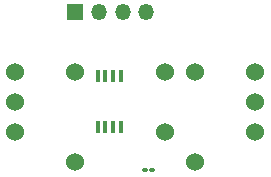
<source format=gbr>
%TF.GenerationSoftware,KiCad,Pcbnew,8.0.3*%
%TF.CreationDate,2024-07-12T00:46:40-05:00*%
%TF.ProjectId,WS2811 breakout board,57533238-3131-4206-9272-65616b6f7574,rev?*%
%TF.SameCoordinates,Original*%
%TF.FileFunction,Soldermask,Top*%
%TF.FilePolarity,Negative*%
%FSLAX46Y46*%
G04 Gerber Fmt 4.6, Leading zero omitted, Abs format (unit mm)*
G04 Created by KiCad (PCBNEW 8.0.3) date 2024-07-12 00:46:40*
%MOMM*%
%LPD*%
G01*
G04 APERTURE LIST*
G04 Aperture macros list*
%AMRoundRect*
0 Rectangle with rounded corners*
0 $1 Rounding radius*
0 $2 $3 $4 $5 $6 $7 $8 $9 X,Y pos of 4 corners*
0 Add a 4 corners polygon primitive as box body*
4,1,4,$2,$3,$4,$5,$6,$7,$8,$9,$2,$3,0*
0 Add four circle primitives for the rounded corners*
1,1,$1+$1,$2,$3*
1,1,$1+$1,$4,$5*
1,1,$1+$1,$6,$7*
1,1,$1+$1,$8,$9*
0 Add four rect primitives between the rounded corners*
20,1,$1+$1,$2,$3,$4,$5,0*
20,1,$1+$1,$4,$5,$6,$7,0*
20,1,$1+$1,$6,$7,$8,$9,0*
20,1,$1+$1,$8,$9,$2,$3,0*%
G04 Aperture macros list end*
%ADD10C,1.524000*%
%ADD11R,1.350000X1.350000*%
%ADD12O,1.350000X1.350000*%
%ADD13RoundRect,0.100000X-0.130000X-0.100000X0.130000X-0.100000X0.130000X0.100000X-0.130000X0.100000X0*%
%ADD14R,0.400000X1.100000*%
G04 APERTURE END LIST*
D10*
%TO.C,REF\u002A\u002A*%
X152400000Y-91440000D03*
%TD*%
%TO.C,REF\u002A\u002A*%
X157480000Y-86360000D03*
%TD*%
%TO.C,REF\u002A\u002A*%
X152400000Y-83820000D03*
%TD*%
%TO.C,REF\u002A\u002A*%
X137160000Y-88900000D03*
%TD*%
%TO.C,REF\u002A\u002A*%
X142240000Y-91440000D03*
%TD*%
%TO.C,REF\u002A\u002A*%
X137160000Y-83820000D03*
%TD*%
%TO.C,REF\u002A\u002A*%
X157480000Y-88900000D03*
%TD*%
%TO.C,REF\u002A\u002A*%
X142240000Y-83820000D03*
%TD*%
D11*
%TO.C,REF\u002A\u002A*%
X142240000Y-78740000D03*
D12*
X144240000Y-78740000D03*
X146240000Y-78740000D03*
X148240000Y-78740000D03*
%TD*%
D13*
%TO.C,REF\u002A\u002A*%
X148101926Y-92179183D03*
X148741926Y-92179183D03*
%TD*%
D10*
%TO.C,REF\u002A\u002A*%
X137160000Y-86360000D03*
%TD*%
%TO.C,REF\u002A\u002A*%
X149860000Y-83820000D03*
%TD*%
%TO.C,REF\u002A\u002A*%
X149860000Y-88900000D03*
%TD*%
%TO.C,REF\u002A\u002A*%
X157480000Y-83820000D03*
%TD*%
D14*
%TO.C,REF\u002A\u002A*%
X146080000Y-84210000D03*
X145430000Y-84210000D03*
X144780000Y-84210000D03*
X144130000Y-84210000D03*
X144130000Y-88510000D03*
X144780000Y-88510000D03*
X145430000Y-88510000D03*
X146080000Y-88510000D03*
%TD*%
M02*

</source>
